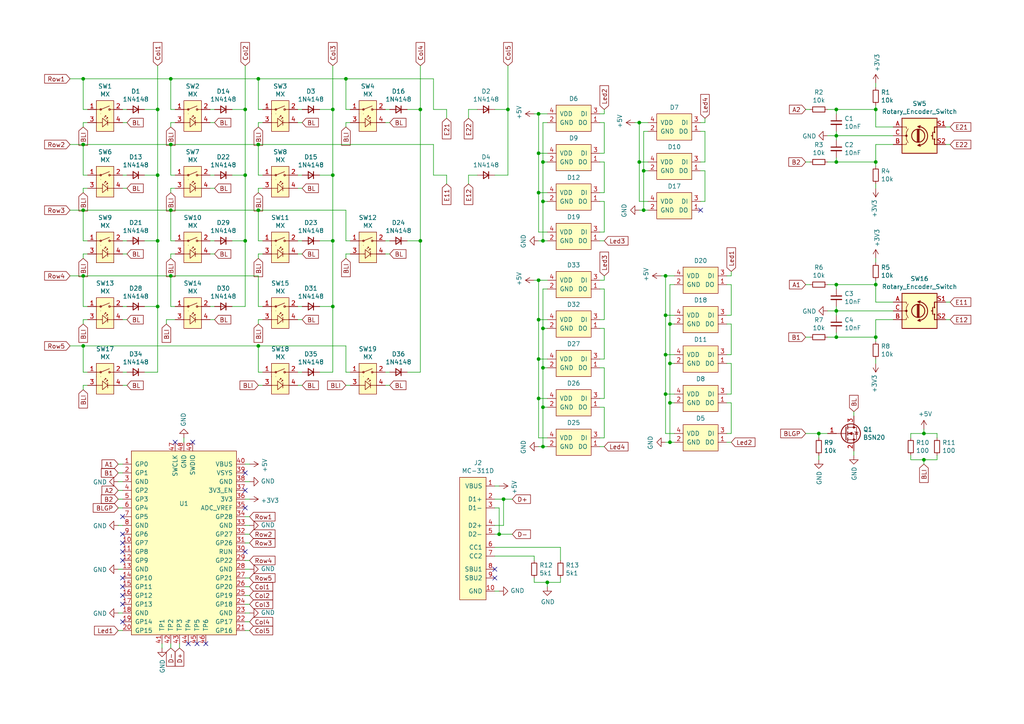
<source format=kicad_sch>
(kicad_sch (version 20211123) (generator eeschema)
  (paper "A4")
  (title_block (title "Saiga Keypad") (date "2022-02-19") (rev "1") (company "Tonic") (comment 1 "Schematic for the Saiga Keypad"))
  (junction (at 157.48 106.68))
  (junction (at 186.69 49.53))
  (junction (at 237.49 125.73))
  (junction (at 147.32 31.75))
  (junction (at 194.31 128.27))
  (junction (at 96.52 50.8))
  (junction (at 254 31.75))
  (junction (at 156.21 81.28))
  (junction (at 144.78 154.94))
  (junction (at 156.21 44.45))
  (junction (at 157.48 46.99))
  (junction (at 49.53 41.91))
  (junction (at 267.97 133.35))
  (junction (at 24.13 22.86))
  (junction (at 156.21 33.02))
  (junction (at 242.57 39.37))
  (junction (at 242.57 90.17))
  (junction (at 194.31 105.41))
  (junction (at 24.13 60.96))
  (junction (at 121.92 31.75))
  (junction (at 45.72 31.75))
  (junction (at 156.21 92.71))
  (junction (at 24.13 41.91))
  (junction (at 71.12 69.85))
  (junction (at 158.75 168.91))
  (junction (at 185.42 46.99))
  (junction (at 254 97.79))
  (junction (at 254 46.99))
  (junction (at 156.21 104.14))
  (junction (at 45.72 69.85))
  (junction (at 242.57 97.79))
  (junction (at 157.48 69.85))
  (junction (at 24.13 100.33))
  (junction (at 100.33 22.86))
  (junction (at 49.53 22.86))
  (junction (at 193.04 91.44))
  (junction (at 71.12 31.75))
  (junction (at 49.53 80.01))
  (junction (at 96.52 69.85))
  (junction (at 242.57 82.55))
  (junction (at 186.69 60.96))
  (junction (at 71.12 50.8))
  (junction (at 146.05 144.78))
  (junction (at 242.57 31.75))
  (junction (at 156.21 115.57))
  (junction (at 96.52 31.75))
  (junction (at 45.72 50.8))
  (junction (at 157.48 58.42))
  (junction (at 185.42 35.56))
  (junction (at 74.93 60.96))
  (junction (at 242.57 46.99))
  (junction (at 157.48 129.54))
  (junction (at 157.48 95.25))
  (junction (at 45.72 88.9))
  (junction (at 193.04 80.01))
  (junction (at 157.48 118.11))
  (junction (at 193.04 114.3))
  (junction (at 74.93 41.91))
  (junction (at 74.93 22.86))
  (junction (at 121.92 69.85))
  (junction (at 74.93 100.33))
  (junction (at 24.13 80.01))
  (junction (at 254 82.55))
  (junction (at 194.31 116.84))
  (junction (at 193.04 102.87))
  (junction (at 267.97 125.73))
  (junction (at 194.31 93.98))
  (junction (at 156.21 55.88))
  (junction (at 49.53 60.96))
  (junction (at 96.52 88.9))
  (no_connect (at 59.69 186.69))
  (no_connect (at 71.12 147.32))
  (no_connect (at 35.56 167.64))
  (no_connect (at 71.12 142.24))
  (no_connect (at 35.56 149.86))
  (no_connect (at 35.56 180.34))
  (no_connect (at 143.51 165.1))
  (no_connect (at 35.56 154.94))
  (no_connect (at 71.12 160.02))
  (no_connect (at 57.15 186.69))
  (no_connect (at 35.56 160.02))
  (no_connect (at 143.51 167.64))
  (no_connect (at 50.8 128.27))
  (no_connect (at 35.56 172.72))
  (no_connect (at 35.56 175.26))
  (no_connect (at 35.56 162.56))
  (no_connect (at 35.56 170.18))
  (no_connect (at 203.2 60.96))
  (no_connect (at 71.12 137.16))
  (no_connect (at 55.88 128.27))
  (no_connect (at 54.61 186.69))
  (no_connect (at 35.56 157.48))
  (wire (pts (xy 72.39 134.62) (xy 71.12 134.62)))
  (wire (pts (xy 175.26 44.45) (xy 173.99 44.45)))
  (wire (pts (xy 113.03 73.66) (xy 111.76 73.66)))
  (wire (pts (xy 144.78 154.94) (xy 143.51 154.94)))
  (wire (pts (xy 62.23 54.61) (xy 60.96 54.61)))
  (wire (pts (xy 24.13 69.85) (xy 25.4 69.85)))
  (wire (pts (xy 175.26 127) (xy 173.99 127)))
  (wire (pts (xy 74.93 100.33) (xy 74.93 107.95)))
  (wire (pts (xy 100.33 69.85) (xy 101.6 69.85)))
  (wire (pts (xy 254 36.83) (xy 254 31.75)))
  (wire (pts (xy 121.92 69.85) (xy 121.92 107.95)))
  (wire (pts (xy 146.05 152.4) (xy 143.51 152.4)))
  (wire (pts (xy 158.75 168.91) (xy 162.56 168.91)))
  (wire (pts (xy 62.23 50.8) (xy 60.96 50.8)))
  (wire (pts (xy 175.26 95.25) (xy 175.26 104.14)))
  (wire (pts (xy 158.75 83.82) (xy 157.48 83.82)))
  (wire (pts (xy 34.29 147.32) (xy 35.56 147.32)))
  (wire (pts (xy 74.93 55.88) (xy 74.93 54.61)))
  (wire (pts (xy 237.49 125.73) (xy 240.03 125.73)))
  (wire (pts (xy 148.59 144.78) (xy 146.05 144.78)))
  (wire (pts (xy 187.96 38.1) (xy 186.69 38.1)))
  (wire (pts (xy 154.94 167.64) (xy 154.94 168.91)))
  (wire (pts (xy 118.11 31.75) (xy 121.92 31.75)))
  (wire (pts (xy 146.05 144.78) (xy 146.05 152.4)))
  (wire (pts (xy 34.29 142.24) (xy 35.56 142.24)))
  (wire (pts (xy 74.93 31.75) (xy 76.2 31.75)))
  (wire (pts (xy 254 25.4) (xy 254 24.13)))
  (wire (pts (xy 72.39 167.64) (xy 71.12 167.64)))
  (wire (pts (xy 193.04 91.44) (xy 193.04 102.87)))
  (wire (pts (xy 186.69 49.53) (xy 186.69 60.96)))
  (wire (pts (xy 242.57 39.37) (xy 242.57 40.64)))
  (wire (pts (xy 275.59 36.83) (xy 274.32 36.83)))
  (wire (pts (xy 275.59 41.91) (xy 274.32 41.91)))
  (wire (pts (xy 247.65 119.38) (xy 247.65 120.65)))
  (wire (pts (xy 72.39 144.78) (xy 71.12 144.78)))
  (wire (pts (xy 34.29 134.62) (xy 35.56 134.62)))
  (wire (pts (xy 52.07 187.96) (xy 52.07 186.69)))
  (wire (pts (xy 237.49 133.35) (xy 237.49 132.08)))
  (wire (pts (xy 34.29 137.16) (xy 35.56 137.16)))
  (wire (pts (xy 193.04 125.73) (xy 195.58 125.73)))
  (wire (pts (xy 74.93 111.76) (xy 76.2 111.76)))
  (wire (pts (xy 234.95 31.75) (xy 233.68 31.75)))
  (wire (pts (xy 41.91 107.95) (xy 45.72 107.95)))
  (wire (pts (xy 20.32 60.96) (xy 24.13 60.96)))
  (wire (pts (xy 254 30.48) (xy 254 31.75)))
  (wire (pts (xy 175.26 106.68) (xy 175.26 115.57)))
  (wire (pts (xy 193.04 114.3) (xy 195.58 114.3)))
  (wire (pts (xy 100.33 60.96) (xy 100.33 69.85)))
  (wire (pts (xy 173.99 58.42) (xy 175.26 58.42)))
  (wire (pts (xy 87.63 73.66) (xy 86.36 73.66)))
  (wire (pts (xy 100.33 22.86) (xy 100.33 31.75)))
  (wire (pts (xy 254 82.55) (xy 242.57 82.55)))
  (wire (pts (xy 204.47 49.53) (xy 204.47 58.42)))
  (wire (pts (xy 24.13 93.98) (xy 24.13 92.71)))
  (wire (pts (xy 36.83 88.9) (xy 35.56 88.9)))
  (wire (pts (xy 254 105.41) (xy 254 104.14)))
  (wire (pts (xy 74.93 60.96) (xy 74.93 69.85)))
  (wire (pts (xy 156.21 44.45) (xy 156.21 55.88)))
  (wire (pts (xy 87.63 92.71) (xy 86.36 92.71)))
  (wire (pts (xy 49.53 41.91) (xy 74.93 41.91)))
  (wire (pts (xy 72.39 154.94) (xy 71.12 154.94)))
  (wire (pts (xy 74.93 74.93) (xy 74.93 73.66)))
  (wire (pts (xy 49.53 54.61) (xy 50.8 54.61)))
  (wire (pts (xy 92.71 69.85) (xy 96.52 69.85)))
  (wire (pts (xy 185.42 35.56) (xy 185.42 46.99)))
  (wire (pts (xy 20.32 22.86) (xy 24.13 22.86)))
  (wire (pts (xy 24.13 107.95) (xy 25.4 107.95)))
  (wire (pts (xy 162.56 158.75) (xy 162.56 162.56)))
  (wire (pts (xy 113.03 107.95) (xy 111.76 107.95)))
  (wire (pts (xy 240.03 31.75) (xy 242.57 31.75)))
  (wire (pts (xy 24.13 80.01) (xy 24.13 88.9)))
  (wire (pts (xy 129.54 50.8) (xy 129.54 53.34)))
  (wire (pts (xy 212.09 128.27) (xy 210.82 128.27)))
  (wire (pts (xy 254 92.71) (xy 254 97.79)))
  (wire (pts (xy 24.13 55.88) (xy 24.13 54.61)))
  (wire (pts (xy 143.51 147.32) (xy 144.78 147.32)))
  (wire (pts (xy 194.31 128.27) (xy 193.04 128.27)))
  (wire (pts (xy 87.63 54.61) (xy 86.36 54.61)))
  (wire (pts (xy 186.69 49.53) (xy 187.96 49.53)))
  (wire (pts (xy 87.63 31.75) (xy 86.36 31.75)))
  (wire (pts (xy 156.21 55.88) (xy 158.75 55.88)))
  (wire (pts (xy 194.31 82.55) (xy 194.31 93.98)))
  (wire (pts (xy 254 76.2) (xy 254 74.93)))
  (wire (pts (xy 234.95 46.99) (xy 233.68 46.99)))
  (wire (pts (xy 242.57 90.17) (xy 259.08 90.17)))
  (wire (pts (xy 186.69 60.96) (xy 187.96 60.96)))
  (wire (pts (xy 194.31 105.41) (xy 195.58 105.41)))
  (wire (pts (xy 194.31 93.98) (xy 194.31 105.41)))
  (wire (pts (xy 194.31 116.84) (xy 194.31 128.27)))
  (wire (pts (xy 194.31 105.41) (xy 194.31 116.84)))
  (wire (pts (xy 156.21 104.14) (xy 156.21 115.57)))
  (wire (pts (xy 175.26 33.02) (xy 173.99 33.02)))
  (wire (pts (xy 50.8 73.66) (xy 49.53 73.66)))
  (wire (pts (xy 156.21 55.88) (xy 156.21 67.31)))
  (wire (pts (xy 72.39 170.18) (xy 71.12 170.18)))
  (wire (pts (xy 242.57 90.17) (xy 242.57 91.44)))
  (wire (pts (xy 34.29 144.78) (xy 35.56 144.78)))
  (wire (pts (xy 195.58 80.01) (xy 193.04 80.01)))
  (wire (pts (xy 92.71 31.75) (xy 96.52 31.75)))
  (wire (pts (xy 204.47 34.29) (xy 204.47 35.56)))
  (wire (pts (xy 212.09 116.84) (xy 212.09 125.73)))
  (wire (pts (xy 74.93 93.98) (xy 74.93 92.71)))
  (wire (pts (xy 175.26 81.28) (xy 173.99 81.28)))
  (wire (pts (xy 71.12 31.75) (xy 71.12 19.05)))
  (wire (pts (xy 143.51 144.78) (xy 146.05 144.78)))
  (wire (pts (xy 158.75 118.11) (xy 157.48 118.11)))
  (wire (pts (xy 113.03 35.56) (xy 111.76 35.56)))
  (wire (pts (xy 157.48 95.25) (xy 158.75 95.25)))
  (wire (pts (xy 275.59 92.71) (xy 274.32 92.71)))
  (wire (pts (xy 162.56 168.91) (xy 162.56 167.64)))
  (wire (pts (xy 87.63 69.85) (xy 86.36 69.85)))
  (wire (pts (xy 204.47 46.99) (xy 203.2 46.99)))
  (wire (pts (xy 129.54 31.75) (xy 129.54 34.29)))
  (wire (pts (xy 121.92 31.75) (xy 121.92 69.85)))
  (wire (pts (xy 212.09 78.74) (xy 212.09 80.01)))
  (wire (pts (xy 271.78 125.73) (xy 271.78 127)))
  (wire (pts (xy 157.48 46.99) (xy 157.48 58.42)))
  (wire (pts (xy 144.78 147.32) (xy 144.78 154.94)))
  (wire (pts (xy 267.97 125.73) (xy 267.97 124.46)))
  (wire (pts (xy 49.53 80.01) (xy 49.53 88.9)))
  (wire (pts (xy 254 41.91) (xy 254 46.99)))
  (wire (pts (xy 49.53 88.9) (xy 50.8 88.9)))
  (wire (pts (xy 49.53 60.96) (xy 49.53 69.85)))
  (wire (pts (xy 67.31 50.8) (xy 71.12 50.8)))
  (wire (pts (xy 24.13 36.83) (xy 24.13 35.56)))
  (wire (pts (xy 144.78 140.97) (xy 143.51 140.97)))
  (wire (pts (xy 36.83 107.95) (xy 35.56 107.95)))
  (wire (pts (xy 147.32 31.75) (xy 147.32 50.8)))
  (wire (pts (xy 100.33 31.75) (xy 101.6 31.75)))
  (wire (pts (xy 175.26 35.56) (xy 175.26 44.45)))
  (wire (pts (xy 36.83 50.8) (xy 35.56 50.8)))
  (wire (pts (xy 264.16 132.08) (xy 264.16 133.35)))
  (wire (pts (xy 74.93 100.33) (xy 100.33 100.33)))
  (wire (pts (xy 233.68 82.55) (xy 234.95 82.55)))
  (wire (pts (xy 158.75 35.56) (xy 157.48 35.56)))
  (wire (pts (xy 71.12 50.8) (xy 71.12 69.85)))
  (wire (pts (xy 157.48 129.54) (xy 156.21 129.54)))
  (wire (pts (xy 156.21 81.28) (xy 156.21 92.71)))
  (wire (pts (xy 204.47 35.56) (xy 203.2 35.56)))
  (wire (pts (xy 147.32 19.05) (xy 147.32 31.75)))
  (wire (pts (xy 264.16 133.35) (xy 267.97 133.35)))
  (wire (pts (xy 186.69 38.1) (xy 186.69 49.53)))
  (wire (pts (xy 193.04 102.87) (xy 195.58 102.87)))
  (wire (pts (xy 87.63 50.8) (xy 86.36 50.8)))
  (wire (pts (xy 41.91 31.75) (xy 45.72 31.75)))
  (wire (pts (xy 154.94 168.91) (xy 158.75 168.91)))
  (wire (pts (xy 240.03 90.17) (xy 242.57 90.17)))
  (wire (pts (xy 212.09 125.73) (xy 210.82 125.73)))
  (wire (pts (xy 156.21 67.31) (xy 158.75 67.31)))
  (wire (pts (xy 240.03 39.37) (xy 242.57 39.37)))
  (wire (pts (xy 242.57 90.17) (xy 242.57 88.9)))
  (wire (pts (xy 175.26 104.14) (xy 173.99 104.14)))
  (wire (pts (xy 264.16 127) (xy 264.16 125.73)))
  (wire (pts (xy 72.39 149.86) (xy 71.12 149.86)))
  (wire (pts (xy 96.52 50.8) (xy 96.52 69.85)))
  (wire (pts (xy 185.42 46.99) (xy 185.42 58.42)))
  (wire (pts (xy 48.26 92.71) (xy 50.8 92.71)))
  (wire (pts (xy 173.99 118.11) (xy 175.26 118.11)))
  (wire (pts (xy 92.71 88.9) (xy 96.52 88.9)))
  (wire (pts (xy 76.2 88.9) (xy 74.93 88.9)))
  (wire (pts (xy 71.12 31.75) (xy 71.12 50.8)))
  (wire (pts (xy 49.53 74.93) (xy 49.53 73.66)))
  (wire (pts (xy 20.32 100.33) (xy 24.13 100.33)))
  (wire (pts (xy 96.52 88.9) (xy 96.52 107.95)))
  (wire (pts (xy 156.21 92.71) (xy 156.21 104.14)))
  (wire (pts (xy 156.21 81.28) (xy 154.94 81.28)))
  (wire (pts (xy 72.39 157.48) (xy 71.12 157.48)))
  (wire (pts (xy 72.39 152.4) (xy 71.12 152.4)))
  (wire (pts (xy 36.83 111.76) (xy 35.56 111.76)))
  (wire (pts (xy 135.89 34.29) (xy 135.89 31.75)))
  (wire (pts (xy 193.04 102.87) (xy 193.04 114.3)))
  (wire (pts (xy 62.23 31.75) (xy 60.96 31.75)))
  (wire (pts (xy 267.97 133.35) (xy 267.97 134.62)))
  (wire (pts (xy 125.73 50.8) (xy 129.54 50.8)))
  (wire (pts (xy 185.42 35.56) (xy 184.15 35.56)))
  (wire (pts (xy 62.23 35.56) (xy 60.96 35.56)))
  (wire (pts (xy 100.33 74.93) (xy 100.33 73.66)))
  (wire (pts (xy 193.04 80.01) (xy 193.04 91.44)))
  (wire (pts (xy 259.08 36.83) (xy 254 36.83)))
  (wire (pts (xy 193.04 91.44) (xy 195.58 91.44)))
  (wire (pts (xy 72.39 175.26) (xy 71.12 175.26)))
  (wire (pts (xy 267.97 125.73) (xy 271.78 125.73)))
  (wire (pts (xy 175.26 31.75) (xy 175.26 33.02)))
  (wire (pts (xy 254 87.63) (xy 254 82.55)))
  (wire (pts (xy 74.93 54.61) (xy 76.2 54.61)))
  (wire (pts (xy 157.48 129.54) (xy 158.75 129.54)))
  (wire (pts (xy 194.31 93.98) (xy 195.58 93.98)))
  (wire (pts (xy 175.26 55.88) (xy 173.99 55.88)))
  (wire (pts (xy 158.75 33.02) (xy 156.21 33.02)))
  (wire (pts (xy 259.08 41.91) (xy 254 41.91)))
  (wire (pts (xy 92.71 50.8) (xy 96.52 50.8)))
  (wire (pts (xy 87.63 107.95) (xy 86.36 107.95)))
  (wire (pts (xy 62.23 69.85) (xy 60.96 69.85)))
  (wire (pts (xy 74.93 50.8) (xy 76.2 50.8)))
  (wire (pts (xy 254 31.75) (xy 242.57 31.75)))
  (wire (pts (xy 157.48 69.85) (xy 156.21 69.85)))
  (wire (pts (xy 135.89 53.34) (xy 135.89 50.8)))
  (wire (pts (xy 212.09 114.3) (xy 210.82 114.3)))
  (wire (pts (xy 242.57 96.52) (xy 242.57 97.79)))
  (wire (pts (xy 41.91 88.9) (xy 45.72 88.9)))
  (wire (pts (xy 212.09 82.55) (xy 212.09 91.44)))
  (wire (pts (xy 144.78 171.45) (xy 143.51 171.45)))
  (wire (pts (xy 24.13 80.01) (xy 49.53 80.01)))
  (wire (pts (xy 135.89 31.75) (xy 138.43 31.75)))
  (wire (pts (xy 24.13 50.8) (xy 25.4 50.8)))
  (wire (pts (xy 49.53 69.85) (xy 50.8 69.85)))
  (wire (pts (xy 74.93 22.86) (xy 100.33 22.86)))
  (wire (pts (xy 24.13 22.86) (xy 24.13 31.75)))
  (wire (pts (xy 254 46.99) (xy 242.57 46.99)))
  (wire (pts (xy 175.26 46.99) (xy 175.26 55.88)))
  (wire (pts (xy 96.52 19.05) (xy 96.52 31.75)))
  (wire (pts (xy 254 99.06) (xy 254 97.79)))
  (wire (pts (xy 175.26 118.11) (xy 175.26 127)))
  (wire (pts (xy 156.21 33.02) (xy 154.94 33.02)))
  (wire (pts (xy 74.93 35.56) (xy 76.2 35.56)))
  (wire (pts (xy 212.09 93.98) (xy 212.09 102.87)))
  (wire (pts (xy 71.12 69.85) (xy 71.12 88.9)))
  (wire (pts (xy 24.13 74.93) (xy 24.13 73.66)))
  (wire (pts (xy 20.32 41.91) (xy 24.13 41.91)))
  (wire (pts (xy 48.26 93.98) (xy 48.26 92.71)))
  (wire (pts (xy 20.32 80.01) (xy 24.13 80.01)))
  (wire (pts (xy 35.56 139.7) (xy 34.29 139.7)))
  (wire (pts (xy 49.53 50.8) (xy 50.8 50.8)))
  (wire (pts (xy 186.69 60.96) (xy 185.42 60.96)))
  (wire (pts (xy 49.53 35.56) (xy 50.8 35.56)))
  (wire (pts (xy 49.53 31.75) (xy 50.8 31.75)))
  (wire (pts (xy 41.91 50.8) (xy 45.72 50.8)))
  (wire (pts (xy 233.68 97.79) (xy 234.95 97.79)))
  (wire (pts (xy 87.63 111.76) (xy 86.36 111.76)))
  (wire (pts (xy 62.23 88.9) (xy 60.96 88.9)))
  (wire (pts (xy 125.73 31.75) (xy 129.54 31.75)))
  (wire (pts (xy 24.13 41.91) (xy 24.13 50.8)))
  (wire (pts (xy 96.52 31.75) (xy 96.52 50.8)))
  (wire (pts (xy 156.21 127) (xy 158.75 127)))
  (wire (pts (xy 100.33 36.83) (xy 100.33 35.56)))
  (wire (pts (xy 157.48 46.99) (xy 158.75 46.99)))
  (wire (pts (xy 157.48 58.42) (xy 158.75 58.42)))
  (wire (pts (xy 100.33 22.86) (xy 125.73 22.86)))
  (wire (pts (xy 242.57 39.37) (xy 259.08 39.37)))
  (wire (pts (xy 72.39 165.1) (xy 71.12 165.1)))
  (wire (pts (xy 175.26 58.42) (xy 175.26 67.31)))
  (wire (pts (xy 242.57 82.55) (xy 242.57 83.82)))
  (wire (pts (xy 24.13 31.75) (xy 25.4 31.75)))
  (wire (pts (xy 242.57 31.75) (xy 242.57 33.02)))
  (wire (pts (xy 62.23 73.66) (xy 60.96 73.66)))
  (wire (pts (xy 36.83 31.75) (xy 35.56 31.75)))
  (wire (pts (xy 157.48 58.42) (xy 157.48 69.85)))
  (wire (pts (xy 264.16 125.73) (xy 267.97 125.73)))
  (wire (pts (xy 212.09 80.01) (xy 210.82 80.01)))
  (wire (pts (xy 36.83 92.71) (xy 35.56 92.71)))
  (wire (pts (xy 271.78 133.35) (xy 271.78 132.08)))
  (wire (pts (xy 175.26 115.57) (xy 173.99 115.57)))
  (wire (pts (xy 100.33 107.95) (xy 101.6 107.95)))
  (wire (pts (xy 187.96 35.56) (xy 185.42 35.56)))
  (wire (pts (xy 157.48 95.25) (xy 157.48 106.68)))
  (wire (pts (xy 49.53 186.69) (xy 49.53 187.96)))
  (wire (pts (xy 212.09 105.41) (xy 212.09 114.3)))
  (wire (pts (xy 185.42 46.99) (xy 187.96 46.99)))
  (wire (pts (xy 24.13 60.96) (xy 49.53 60.96)))
  (wire (pts (xy 254 48.26) (xy 254 46.99)))
  (wire (pts (xy 74.93 69.85) (xy 76.2 69.85)))
  (wire (pts (xy 118.11 69.85) (xy 121.92 69.85)))
  (wire (pts (xy 254 97.79) (xy 242.57 97.79)))
  (wire (pts (xy 24.13 100.33) (xy 24.13 107.95)))
  (wire (pts (xy 74.93 22.86) (xy 74.93 31.75)))
  (wire (pts (xy 74.93 107.95) (xy 76.2 107.95)))
  (wire (pts (xy 96.52 69.85) (xy 96.52 88.9)))
  (wire (pts (xy 242.57 45.72) (xy 242.57 46.99)))
  (wire (pts (xy 46.99 187.96) (xy 46.99 186.69)))
  (wire (pts (xy 203.2 38.1) (xy 204.47 38.1)))
  (wire (pts (xy 173.99 46.99) (xy 175.26 46.99)))
  (wire (pts (xy 92.71 107.95) (xy 96.52 107.95)))
  (wire (pts (xy 173.99 106.68) (xy 175.26 106.68)))
  (wire (pts (xy 34.29 177.8) (xy 35.56 177.8)))
  (wire (pts (xy 210.82 93.98) (xy 212.09 93.98)))
  (wire (pts (xy 24.13 54.61) (xy 25.4 54.61)))
  (wire (pts (xy 74.93 88.9) (xy 74.93 80.01)))
  (wire (pts (xy 247.65 132.08) (xy 247.65 130.81)))
  (wire (pts (xy 49.53 80.01) (xy 74.93 80.01)))
  (wire (pts (xy 157.48 106.68) (xy 157.48 118.11)))
  (wire (pts (xy 125.73 22.86) (xy 125.73 31.75)))
  (wire (pts (xy 49.53 41.91) (xy 49.53 50.8)))
  (wire (pts (xy 210.82 116.84) (xy 212.09 116.84)))
  (wire (pts (xy 45.72 88.9) (xy 45.72 107.95)))
  (wire (pts (xy 210.82 105.41) (xy 212.09 105.41)))
  (wire (pts (xy 113.03 69.85) (xy 111.76 69.85)))
  (wire (pts (xy 210.82 82.55) (xy 212.09 82.55)))
  (wire (pts (xy 195.58 82.55) (xy 194.31 82.55)))
  (wire (pts (xy 259.08 87.63) (xy 254 87.63)))
  (wire (pts (xy 173.99 83.82) (xy 175.26 83.82)))
  (wire (pts (xy 74.93 92.71) (xy 76.2 92.71)))
  (wire (pts (xy 24.13 92.71) (xy 25.4 92.71)))
  (wire (pts (xy 157.48 106.68) (xy 158.75 106.68)))
  (wire (pts (xy 72.39 162.56) (xy 71.12 162.56)))
  (wire (pts (xy 240.03 82.55) (xy 242.57 82.55)))
  (wire (pts (xy 175.26 80.01) (xy 175.26 81.28)))
  (wire (pts (xy 87.63 35.56) (xy 86.36 35.56)))
  (wire (pts (xy 185.42 58.42) (xy 187.96 58.42)))
  (wire (pts (xy 143.51 161.29) (xy 154.94 161.29)))
  (wire (pts (xy 175.26 92.71) (xy 173.99 92.71)))
  (wire (pts (xy 36.83 69.85) (xy 35.56 69.85)))
  (wire (pts (xy 34.29 152.4) (xy 35.56 152.4)))
  (wire (pts (xy 49.53 55.88) (xy 49.53 54.61)))
  (wire (pts (xy 74.93 41.91) (xy 74.93 50.8)))
  (wire (pts (xy 158.75 170.18) (xy 158.75 168.91)))
  (wire (pts (xy 143.51 31.75) (xy 147.32 31.75)))
  (wire (pts (xy 158.75 69.85) (xy 157.48 69.85)))
  (wire (pts (xy 175.26 129.54) (xy 173.99 129.54)))
  (wire (pts (xy 24.13 41.91) (xy 49.53 41.91)))
  (wire (pts (xy 156.21 92.71) (xy 158.75 92.71)))
  (wire (pts (xy 49.53 22.86) (xy 49.53 31.75)))
  (wire (pts (xy 45.72 31.75) (xy 45.72 19.05)))
  (wire (pts (xy 67.31 69.85) (xy 71.12 69.85)))
  (wire (pts (xy 233.68 125.73) (xy 237.49 125.73)))
  (wire (pts (xy 35.56 182.88) (xy 34.29 182.88)))
  (wire (pts (xy 237.49 127) (xy 237.49 125.73)))
  (wire (pts (xy 143.51 158.75) (xy 162.56 158.75)))
  (wire (pts (xy 67.31 31.75) (xy 71.12 31.75)))
  (wire (pts (xy 45.72 69.85) (xy 45.72 88.9)))
  (wire (pts (xy 24.13 73.66) (xy 25.4 73.66)))
  (wire (pts (xy 204.47 38.1) (xy 204.47 46.99)))
  (wire (pts (xy 72.39 177.8) (xy 71.12 177.8)))
  (wire (pts (xy 143.51 50.8) (xy 147.32 50.8)))
  (wire (pts (xy 156.21 104.14) (xy 158.75 104.14)))
  (wire (pts (xy 72.39 139.7) (xy 71.12 139.7)))
  (wire (pts (xy 49.53 22.86) (xy 74.93 22.86)))
  (wire (pts (xy 158.75 81.28) (xy 156.21 81.28)))
  (wire (pts (xy 24.13 88.9) (xy 25.4 88.9)))
  (wire (pts (xy 74.93 60.96) (xy 100.33 60.96)))
  (wire (pts (xy 156.21 44.45) (xy 158.75 44.45)))
  (wire (pts (xy 49.53 36.83) (xy 49.53 35.56)))
  (wire (pts (xy 74.93 41.91) (xy 125.73 41.91)))
  (wire (pts (xy 24.13 113.03) (xy 24.13 111.76)))
  (wire (pts (xy 24.13 22.86) (xy 49.53 22.86)))
  (wire (pts (xy 45.72 50.8) (xy 45.72 69.85)))
  (wire (pts (xy 193.04 80.01) (xy 191.77 80.01)))
  (wire (pts (xy 275.59 87.63) (xy 274.32 87.63)))
  (wire (pts (xy 157.48 118.11) (xy 157.48 129.54)))
  (wire (pts (xy 36.83 35.56) (xy 35.56 35.56)))
  (wire (pts (xy 194.31 128.27) (xy 195.58 128.27)))
  (wire (pts (xy 212.09 91.44) (xy 210.82 91.44)))
  (wire (pts (xy 100.33 73.66) (xy 101.6 73.66)))
  (wire (pts (xy 135.89 50.8) (xy 138.43 50.8)))
  (wire (pts (xy 49.53 60.96) (xy 74.93 60.96)))
  (wire (pts (xy 242.57 97.79) (xy 240.03 97.79)))
  (wire (pts (xy 45.72 31.75) (xy 45.72 50.8)))
  (wire (pts (xy 24.13 35.56) (xy 25.4 35.56)))
  (wire (pts (xy 157.48 83.82) (xy 157.48 95.25)))
  (wire (pts (xy 74.93 73.66) (xy 76.2 73.66)))
  (wire (pts (xy 62.23 92.71) (xy 60.96 92.71)))
  (wire (pts (xy 72.39 172.72) (xy 71.12 172.72)))
  (wire (pts (xy 100.33 111.76) (xy 101.6 111.76)))
  (wire (pts (xy 204.47 58.42) (xy 203.2 58.42)))
  (wire (pts (xy 36.83 73.66) (xy 35.56 73.66)))
  (wire (pts (xy 203.2 49.53) (xy 204.47 49.53)))
  (wire (pts (xy 259.08 92.71) (xy 254 92.71)))
  (wire (pts (xy 36.83 54.61) (xy 35.56 54.61)))
  (wire (pts (xy 24.13 111.76) (xy 25.4 111.76)))
  (wire (pts (xy 157.48 35.56) (xy 157.48 46.99)))
  (wire (pts (xy 173.99 95.25) (xy 175.26 95.25)))
  (wire (pts (xy 267.97 133.35) (xy 271.78 133.35)))
  (wire (pts (xy 113.03 111.76) (xy 111.76 111.76)))
  (wire (pts (xy 156.21 33.02) (xy 156.21 44.45)))
  (wire (pts (xy 67.31 88.9) (xy 71.12 88.9)))
  (wire (pts (xy 121.92 19.05) (xy 121.92 31.75)))
  (wire (pts (xy 242.57 39.37) (xy 242.57 38.1)))
  (wire (pts (xy 175.26 69.85) (xy 173.99 69.85)))
  (wire (pts (xy 156.21 115.57) (xy 158.75 115.57)))
  (wire (pts (xy 118.11 107.95) (xy 121.92 107.95)))
  (wire (pts (xy 100.33 100.33) (xy 100.33 107.95)))
  (wire (pts (xy 72.39 180.34) (xy 71.12 180.34)))
  (wire (pts (xy 156.21 115.57) (xy 156.21 127)))
  (wire (pts (xy 242.57 46.99) (xy 240.03 46.99)))
  (wire (pts (xy 24.13 100.33) (xy 74.93 100.33)))
  (wire (pts (xy 100.33 35.56) (xy 101.6 35.56)))
  (wire (pts (xy 254 81.28) (xy 254 82.55)))
  (wire (pts (xy 74.93 36.83) (xy 74.93 35.56)))
  (wire (pts (xy 193.04 114.3) (xy 193.04 125.73)))
  (wire (pts (xy 41.91 69.85) (xy 45.72 69.85)))
  (wire (pts (xy 72.39 182.88) (xy 71.12 182.88)))
  (wire (pts (xy 154.94 161.29) (xy 154.94 162.56)))
  (wire (pts (xy 87.63 88.9) (xy 86.36 88.9)))
  (wire (pts (xy 195.58 116.84) (xy 194.31 116.84)))
  (wire (pts (xy 125.73 50.8) (xy 125.73 41.91)))
  (wire (pts (xy 24.13 60.96) (xy 24.13 69.85)))
  (wire (pts (xy 175.26 83.82) (xy 175.26 92.71)))
  (wire (pts (xy 212.09 102.87) (xy 210.82 102.87)))
  (wire (pts (xy 148.59 154.94) (xy 144.78 154.94)))
  (wire (pts (xy 34.29 165.1) (xy 35.56 165.1)))
  (wire (pts (xy 173.99 35.56) (xy 175.26 35.56)))
  (wire (pts (xy 254 54.61) (xy 254 53.34)))
  (wire (pts (xy 53.34 128.27) (xy 53.34 127)))
  (wire (pts (xy 113.03 31.75) (xy 111.76 31.75)))
  (wire (pts (xy 175.26 67.31) (xy 173.99 67.31)))
  (global_label "B2" (shape input) (at 34.29 144.78 180) (property "Intersheet References" "${INTERSHEET_REFS}" (effects hide)))
  (global_label "E22" (shape input) (at 275.59 41.91 0) (property "Intersheet References" "${INTERSHEET_REFS}" (effects hide)))
  (global_label "E22" (shape input) (at 135.89 34.29 270) (property "Intersheet References" "${INTERSHEET_REFS}" (effects hide)))
  (global_label "Col3" (shape input) (at 72.39 175.26 0) (property "Intersheet References" "${INTERSHEET_REFS}" (effects hide)))
  (global_label "BLI" (shape input) (at 100.33 111.76 180) (property "Intersheet References" "${INTERSHEET_REFS}" (effects hide)))
  (global_label "BLI" (shape input) (at 74.93 36.83 270) (property "Intersheet References" "${INTERSHEET_REFS}" (effects hide)))
  (global_label "D+" (shape input) (at 52.07 187.96 270) (property "Intersheet References" "${INTERSHEET_REFS}" (effects hide)))
  (global_label "Row1" (shape input) (at 20.32 22.86 180) (property "Intersheet References" "${INTERSHEET_REFS}" (effects hide)))
  (global_label "BL" (shape input) (at 87.63 111.76 0) (property "Intersheet References" "${INTERSHEET_REFS}" (effects hide)))
  (global_label "A1" (shape input) (at 34.29 134.62 180) (property "Intersheet References" "${INTERSHEET_REFS}" (effects hide)))
  (global_label "E12" (shape input) (at 275.59 92.71 0) (property "Intersheet References" "${INTERSHEET_REFS}" (effects hide)))
  (global_label "E21" (shape input) (at 129.54 34.29 270) (property "Intersheet References" "${INTERSHEET_REFS}" (effects hide)))
  (global_label "Col4" (shape input) (at 121.92 19.05 90) (property "Intersheet References" "${INTERSHEET_REFS}" (effects hide)))
  (global_label "BLI" (shape input) (at 24.13 55.88 270) (property "Intersheet References" "${INTERSHEET_REFS}" (effects hide)))
  (global_label "D-" (shape input) (at 49.53 187.96 270) (property "Intersheet References" "${INTERSHEET_REFS}" (effects hide)))
  (global_label "E12" (shape input) (at 135.89 53.34 270) (property "Intersheet References" "${INTERSHEET_REFS}" (effects hide)))
  (global_label "A1" (shape input) (at 233.68 82.55 180) (property "Intersheet References" "${INTERSHEET_REFS}" (effects hide)))
  (global_label "B1" (shape input) (at 233.68 97.79 180) (property "Intersheet References" "${INTERSHEET_REFS}" (effects hide)))
  (global_label "Row2" (shape input) (at 20.32 41.91 180) (property "Intersheet References" "${INTERSHEET_REFS}" (effects hide)))
  (global_label "BLI" (shape input) (at 49.53 36.83 270) (property "Intersheet References" "${INTERSHEET_REFS}" (effects hide)))
  (global_label "BL" (shape input) (at 87.63 35.56 0) (property "Intersheet References" "${INTERSHEET_REFS}" (effects hide)))
  (global_label "BLI" (shape input) (at 74.93 93.98 270) (property "Intersheet References" "${INTERSHEET_REFS}" (effects hide)))
  (global_label "BL" (shape input) (at 62.23 54.61 0) (property "Intersheet References" "${INTERSHEET_REFS}" (effects hide)))
  (global_label "Row3" (shape input) (at 20.32 60.96 180) (property "Intersheet References" "${INTERSHEET_REFS}" (effects hide)))
  (global_label "BL" (shape input) (at 87.63 54.61 0) (property "Intersheet References" "${INTERSHEET_REFS}" (effects hide)))
  (global_label "Led3" (shape input) (at 175.26 80.01 90) (property "Intersheet References" "${INTERSHEET_REFS}" (effects hide)))
  (global_label "Led2" (shape input) (at 212.09 128.27 0) (property "Intersheet References" "${INTERSHEET_REFS}" (effects hide)))
  (global_label "A2" (shape input) (at 233.68 31.75 180) (property "Intersheet References" "${INTERSHEET_REFS}" (effects hide)))
  (global_label "E11" (shape input) (at 129.54 53.34 270) (property "Intersheet References" "${INTERSHEET_REFS}" (effects hide)))
  (global_label "BLI" (shape input) (at 100.33 36.83 270) (property "Intersheet References" "${INTERSHEET_REFS}" (effects hide)))
  (global_label "BLI" (shape input) (at 49.53 74.93 270) (property "Intersheet References" "${INTERSHEET_REFS}" (effects hide)))
  (global_label "Col4" (shape input) (at 72.39 180.34 0) (property "Intersheet References" "${INTERSHEET_REFS}" (effects hide)))
  (global_label "Col2" (shape input) (at 71.12 19.05 90) (property "Intersheet References" "${INTERSHEET_REFS}" (effects hide)))
  (global_label "B1" (shape input) (at 34.29 137.16 180) (property "Intersheet References" "${INTERSHEET_REFS}" (effects hide)))
  (global_label "E21" (shape input) (at 275.59 36.83 0) (property "Intersheet References" "${INTERSHEET_REFS}" (effects hide)))
  (global_label "BLI" (shape input) (at 74.93 111.76 180) (property "Intersheet References" "${INTERSHEET_REFS}" (effects hide)))
  (global_label "Led3" (shape input) (at 175.26 69.85 0) (property "Intersheet References" "${INTERSHEET_REFS}" (effects hide)))
  (global_label "Col5" (shape input) (at 147.32 19.05 90) (property "Intersheet References" "${INTERSHEET_REFS}" (effects hide)))
  (global_label "Row4" (shape input) (at 20.32 80.01 180) (property "Intersheet References" "${INTERSHEET_REFS}" (effects hide)))
  (global_label "BLI" (shape input) (at 100.33 74.93 270) (property "Intersheet References" "${INTERSHEET_REFS}" (effects hide)))
  (global_label "BLI" (shape input) (at 24.13 74.93 270) (property "Intersheet References" "${INTERSHEET_REFS}" (effects hide)))
  (global_label "BLI" (shape input) (at 74.93 74.93 270) (property "Intersheet References" "${INTERSHEET_REFS}" (effects hide)))
  (global_label "Row3" (shape input) (at 72.39 157.48 0) (property "Intersheet References" "${INTERSHEET_REFS}" (effects hide)))
  (global_label "BL" (shape input) (at 113.03 73.66 0) (property "Intersheet References" "${INTERSHEET_REFS}" (effects hide)))
  (global_label "BLGP" (shape input) (at 233.68 125.73 180) (property "Intersheet References" "${INTERSHEET_REFS}" (effects hide)))
  (global_label "Row2" (shape input) (at 72.39 154.94 0) (property "Intersheet References" "${INTERSHEET_REFS}" (effects hide)))
  (global_label "A2" (shape input) (at 34.29 142.24 180) (property "Intersheet References" "${INTERSHEET_REFS}" (effects hide)))
  (global_label "BL" (shape input) (at 247.65 119.38 90) (property "Intersheet References" "${INTERSHEET_REFS}" (effects hide)))
  (global_label "Led1" (shape input) (at 34.29 182.88 180) (property "Intersheet References" "${INTERSHEET_REFS}" (effects hide)))
  (global_label "BL" (shape input) (at 87.63 92.71 0) (property "Intersheet References" "${INTERSHEET_REFS}" (effects hide)))
  (global_label "Col1" (shape input) (at 45.72 19.05 90) (property "Intersheet References" "${INTERSHEET_REFS}" (effects hide)))
  (global_label "Row5" (shape input) (at 20.32 100.33 180) (property "Intersheet References" "${INTERSHEET_REFS}" (effects hide)))
  (global_label "B2" (shape input) (at 233.68 46.99 180) (property "Intersheet References" "${INTERSHEET_REFS}" (effects hide)))
  (global_label "BL" (shape input) (at 36.83 54.61 0) (property "Intersheet References" "${INTERSHEET_REFS}" (effects hide)))
  (global_label "BL" (shape input) (at 36.83 35.56 0) (property "Intersheet References" "${INTERSHEET_REFS}" (effects hide)))
  (global_label "Row5" (shape input) (at 72.39 167.64 0) (property "Intersheet References" "${INTERSHEET_REFS}" (effects hide)))
  (global_label "Led4" (shape input) (at 175.26 129.54 0) (property "Intersheet References" "${INTERSHEET_REFS}" (effects hide)))
  (global_label "BL" (shape input) (at 113.03 35.56 0) (property "Intersheet References" "${INTERSHEET_REFS}" (effects hide)))
  (global_label "BL" (shape input) (at 36.83 73.66 0) (property "Intersheet References" "${INTERSHEET_REFS}" (effects hide)))
  (global_label "D-" (shape input) (at 148.59 154.94 0) (property "Intersheet References" "${INTERSHEET_REFS}" (effects hide)))
  (global_label "BL" (shape input) (at 113.03 111.76 0) (property "Intersheet References" "${INTERSHEET_REFS}" (effects hide)))
  (global_label "Led2" (shape input) (at 175.26 31.75 90) (property "Intersheet References" "${INTERSHEET_REFS}" (effects hide)))
  (global_label "E11" (shape input) (at 275.59 87.63 0) (property "Intersheet References" "${INTERSHEET_REFS}" (effects hide)))
  (global_label "BL" (shape input) (at 36.83 92.71 0) (property "Intersheet References" "${INTERSHEET_REFS}" (effects hide)))
  (global_label "BL" (shape input) (at 62.23 92.71 0) (property "Intersheet References" "${INTERSHEET_REFS}" (effects hide)))
  (global_label "BLGP" (shape input) (at 34.29 147.32 180) (property "Intersheet References" "${INTERSHEET_REFS}" (effects hide)))
  (global_label "Led1" (shape input) (at 212.09 78.74 90) (property "Intersheet References" "${INTERSHEET_REFS}" (effects hide)))
  (global_label "BLI" (shape input) (at 24.13 93.98 270) (property "Intersheet References" "${INTERSHEET_REFS}" (effects hide)))
  (global_label "BLI" (shape input) (at 24.13 113.03 270) (property "Intersheet References" "${INTERSHEET_REFS}" (effects hide)))
  (global_label "BLI" (shape input) (at 48.26 93.98 270) (property "Intersheet References" "${INTERSHEET_REFS}" (effects hide)))
  (global_label "BLI" (shape input) (at 49.53 55.88 270) (property "Intersheet References" "${INTERSHEET_REFS}" (effects hide)))
  (global_label "Col2" (shape input) (at 72.39 172.72 0) (property "Intersheet References" "${INTERSHEET_REFS}" (effects hide)))
  (global_label "Col3" (shape input) (at 96.52 19.05 90) (property "Intersheet References" "${INTERSHEET_REFS}" (effects hide)))
  (global_label "D+" (shape input) (at 148.59 144.78 0) (property "Intersheet References" "${INTERSHEET_REFS}" (effects hide)))
  (global_label "Row4" (shape input) (at 72.39 162.56 0) (property "Intersheet References" "${INTERSHEET_REFS}" (effects hide)))
  (global_label "BLI" (shape input) (at 24.13 36.83 270) (property "Intersheet References" "${INTERSHEET_REFS}" (effects hide)))
  (global_label "Col1" (shape input) (at 72.39 170.18 0) (property "Intersheet References" "${INTERSHEET_REFS}" (effects hide)))
  (global_label "Led4" (shape input) (at 204.47 34.29 90) (property "Intersheet References" "${INTERSHEET_REFS}" (effects hide)))
  (global_label "Col5" (shape input) (at 72.39 182.88 0) (property "Intersheet References" "${INTERSHEET_REFS}" (effects hide)))
  (global_label "BL" (shape input) (at 62.23 35.56 0) (property "Intersheet References" "${INTERSHEET_REFS}" (effects hide)))
  (global_label "BL" (shape input) (at 62.23 73.66 0) (property "Intersheet References" "${INTERSHEET_REFS}" (effects hide)))
  (global_label "BL" (shape input) (at 36.83 111.76 0) (property "Intersheet References" "${INTERSHEET_REFS}" (effects hide)))
  (global_label "BL" (shape input) (at 87.63 73.66 0) (property "Intersheet References" "${INTERSHEET_REFS}" (effects hide)))
  (global_label "BLI" (shape input) (at 267.97 134.62 270) (property "Intersheet References" "${INTERSHEET_REFS}" (effects hide)))
  (global_label "BLI" (shape input) (at 74.93 55.88 270) (property "Intersheet References" "${INTERSHEET_REFS}" (effects hide)))
  (global_label "Row1" (shape input) (at 72.39 149.86 0) (property "Intersheet References" "${INTERSHEET_REFS}" (effects hide)))
  (symbol (lib_id "cherry_mx:Cherry_MX") (at 30.48 52.07 0) (unit 1)
    (property "Reference" "SW6" (at 30.48 44.069 0))
    (property "Value" "MX" (at 30.48 46.3804 0))
    (property "Footprint" "KiCad Bauteile:Cherry_MX_5_Led" (effects hide))
  )
  (symbol (lib_id "Device:Rotary_Encoder_Switch") (at 266.7 39.37 0) (unit 1)
    (property "Reference" "SW5" (at 266.7 30.0482 0))
    (property "Value" "Rotary_Encoder_Switch" (at 266.7 32.3596 0))
    (property "Footprint" "Rotary_Encoder:RotaryEncoder_Alps_EC12E-Switch_Vertical_H20mm_CircularMountingHoles" (effects hide))
  )
  (symbol (lib_id "Device:Rotary_Encoder_Switch") (at 266.7 90.17 0) (unit 1)
    (property "Reference" "SW16" (at 266.7 80.8482 0))
    (property "Value" "Rotary_Encoder_Switch" (at 266.7 83.1596 0))
    (property "Footprint" "Rotary_Encoder:RotaryEncoder_Alps_EC12E-Switch_Vertical_H20mm_CircularMountingHoles" (effects hide))
  )
  (symbol (lib_id "cherry_mx:Cherry_MX") (at 55.88 52.07 0) (unit 1)
    (property "Reference" "SW7" (at 55.88 44.069 0))
    (property "Value" "MX" (at 55.88 46.3804 0))
    (property "Footprint" "KiCad Bauteile:Cherry_MX_5_Led" (effects hide))
  )
  (symbol (lib_id "cherry_mx:Cherry_MX") (at 81.28 52.07 0) (unit 1)
    (property "Reference" "SW8" (at 81.28 44.069 0))
    (property "Value" "MX" (at 81.28 46.3804 0))
    (property "Footprint" "KiCad Bauteile:Cherry_MX_5_Led" (effects hide))
  )
  (symbol (lib_id "cherry_mx:Cherry_MX") (at 30.48 109.22 0) (unit 1)
    (property "Reference" "SW17" (at 30.48 101.219 0))
    (property "Value" "MX" (at 30.48 103.5304 0))
    (property "Footprint" "KiCad Bauteile:Cherry_MX_5_Led" (effects hide))
  )
  (symbol (lib_id "cherry_mx:Cherry_MX") (at 30.48 71.12 0) (unit 1)
    (property "Reference" "SW9" (at 30.48 63.119 0))
    (property "Value" "MX" (at 30.48 65.4304 0))
    (property "Footprint" "KiCad Bauteile:Cherry_MX_5_Led" (effects hide))
  )
  (symbol (lib_id "cherry_mx:Cherry_MX") (at 55.88 71.12 0) (unit 1)
    (property "Reference" "SW10" (at 55.88 63.119 0))
    (property "Value" "MX" (at 55.88 65.4304 0))
    (property "Footprint" "KiCad Bauteile:Cherry_MX_5_Led" (effects hide))
  )
  (symbol (lib_id "cherry_mx:Cherry_MX") (at 81.28 71.12 0) (unit 1)
    (property "Reference" "SW11" (at 81.28 63.119 0))
    (property "Value" "MX" (at 81.28 65.4304 0))
    (property "Footprint" "KiCad Bauteile:Cherry_MX_5_Led" (effects hide))
  )
  (symbol (lib_id "cherry_mx:Cherry_MX") (at 30.48 90.17 0) (unit 1)
    (property "Reference" "SW13" (at 30.48 82.169 0))
    (property "Value" "MX" (at 30.48 84.4804 0))
    (property "Footprint" "KiCad Bauteile:Cherry_MX_5_Led" (effects hide))
  )
  (symbol (lib_id "cherry_mx:Cherry_MX") (at 55.88 90.17 0) (unit 1)
    (property "Reference" "SW14" (at 55.88 82.169 0))
    (property "Value" "MX" (at 55.88 84.4804 0))
    (property "Footprint" "KiCad Bauteile:Cherry_MX_5_Led" (effects hide))
  )
  (symbol (lib_id "cherry_mx:Cherry_MX") (at 81.28 90.17 0) (unit 1)
    (property "Reference" "SW15" (at 81.28 82.169 0))
    (property "Value" "MX" (at 81.28 84.4804 0))
    (property "Footprint" "KiCad Bauteile:Cherry_MX_5_Led" (effects hide))
  )
  (symbol (lib_id "cherry_mx:Cherry_MX") (at 81.28 109.22 0) (unit 1)
    (property "Reference" "SW18" (at 81.28 101.219 0))
    (property "Value" "MX" (at 81.28 103.5304 0))
    (property "Footprint" "KiCad Bauteile:Cherry_MX_5_Led" (effects hide))
  )
  (symbol (lib_id "cherry_mx:Cherry_MX") (at 106.68 109.22 0) (unit 1)
    (property "Reference" "SW19" (at 106.68 101.219 0))
    (property "Value" "MX" (at 106.68 103.5304 0))
    (property "Footprint" "KiCad Bauteile:Cherry_MX_5_Led" (effects hide))
  )
  (symbol (lib_id "cherry_mx:Cherry_MX") (at 106.68 71.12 0) (unit 1)
    (property "Reference" "SW12" (at 106.68 63.119 0))
    (property "Value" "MX" (at 106.68 65.4304 0))
    (property "Footprint" "KiCad Bauteile:Cherry_MX_5_Led" (effects hide))
  )
  (symbol (lib_id "cherry_mx:Cherry_MX") (at 106.68 33.02 0) (unit 1)
    (property "Reference" "SW4" (at 106.68 25.019 0))
    (property "Value" "MX" (at 106.68 27.3304 0))
    (property "Footprint" "KiCad Bauteile:Cherry_MX_5_Led" (effects hide))
  )
  (symbol (lib_id "rp2040_pico:RP2040_Pico") (at 53.34 157.48 0) (unit 1)
    (property "Reference" "U1" (at 53.34 146.05 0))
    (property "Value" "RP2040_Pico" (effects hide))
    (property "Footprint" "KiCad Bauteile:RP Pico" (effects hide))
  )
  (symbol (lib_id "power:GND") (at 53.34 127 180) (unit 1)
    (property "Reference" "#PWR016" (effects hide))
    (property "Value" "GND" (at 53.213 123.7488 90) (effects (justify right)))
  )
  (symbol (lib_id "Device:D_Small") (at 90.17 31.75 180) (unit 1)
    (property "Reference" "D3" (at 90.17 26.4922 0))
    (property "Value" "1N4148" (at 90.17 28.8036 0))
    (property "Footprint" "Diode_SMD:D_SOD-123" (effects hide))
  )
  (symbol (lib_id "cherry_mx:Cherry_MX") (at 30.48 33.02 0) (unit 1)
    (property "Reference" "SW1" (at 30.48 25.019 0))
    (property "Value" "MX" (at 30.48 27.3304 0))
    (property "Footprint" "KiCad Bauteile:Cherry_MX_5_Led" (effects hide))
  )
  (symbol (lib_id "cherry_mx:Cherry_MX") (at 55.88 33.02 0) (unit 1)
    (property "Reference" "SW2" (at 55.88 25.019 0))
    (property "Value" "MX" (at 55.88 27.3304 0))
    (property "Footprint" "KiCad Bauteile:Cherry_MX_5_Led" (effects hide))
  )
  (symbol (lib_id "cherry_mx:Cherry_MX") (at 81.28 33.02 0) (unit 1)
    (property "Reference" "SW3" (at 81.28 25.019 0))
    (property "Value" "MX" (at 81.28 27.3304 0))
    (property "Footprint" "KiCad Bauteile:Cherry_MX_5_Led" (effects hide))
  )
  (symbol (lib_id "Device:D_Small") (at 39.37 31.75 180) (unit 1)
    (property "Reference" "D1" (at 39.37 26.4922 0))
    (property "Value" "1N4148" (at 39.37 28.8036 0))
    (property "Footprint" "Diode_SMD:D_SOD-123" (effects hide))
  )
  (symbol (lib_id "Device:D_Small") (at 140.97 31.75 180) (unit 1)
    (property "Reference" "D2" (at 140.97 26.4922 0))
    (property "Value" "1N4148" (at 140.97 28.8036 0))
    (property "Footprint" "Diode_SMD:D_SOD-123" (effects hide))
  )
  (symbol (lib_id "Device:D_Small") (at 39.37 50.8 180) (unit 1)
    (property "Reference" "D13" (at 39.37 45.5422 0))
    (property "Value" "1N4148" (at 39.37 47.8536 0))
    (property "Footprint" "Diode_SMD:D_SOD-123" (effects hide))
  )
  (symbol (lib_id "Device:D_Small") (at 64.77 31.75 180) (unit 1)
    (property "Reference" "D14" (at 64.77 26.4922 0))
    (property "Value" "1N4148" (at 64.77 28.8036 0))
    (property "Footprint" "Diode_SMD:D_SOD-123" (effects hide))
  )
  (symbol (lib_id "Device:D_Small") (at 64.77 50.8 180) (unit 1)
    (property "Reference" "D22" (at 64.77 45.5422 0))
    (property "Value" "1N4148" (at 64.77 47.8536 0))
    (property "Footprint" "Diode_SMD:D_SOD-123" (effects hide))
  )
  (symbol (lib_id "Device:D_Small") (at 39.37 69.85 180) (unit 1)
    (property "Reference" "D21" (at 39.37 64.5922 0))
    (property "Value" "1N4148" (at 39.37 66.9036 0))
    (property "Footprint" "Diode_SMD:D_SOD-123" (effects hide))
  )
  (symbol (lib_id "Device:D_Small") (at 39.37 88.9 180) (unit 1)
    (property "Reference" "D28" (at 39.37 83.6422 0))
    (property "Value" "1N4148" (at 39.37 85.9536 0))
    (property "Footprint" "Diode_SMD:D_SOD-123" (effects hide))
  )
  (symbol (lib_id "Device:D_Small") (at 64.77 69.85 180) (unit 1)
    (property "Reference" "D29" (at 64.77 64.5922 0))
    (property "Value" "1N4148" (at 64.77 66.9036 0))
    (property "Footprint" "Diode_SMD:D_SOD-123" (effects hide))
  )
  (symbol (lib_id "Device:D_Small") (at 39.37 107.95 180) (unit 1)
    (property "Reference" "D34" (at 39.37 102.6922 0))
    (property "Value" "1N4148" (at 39.37 105.0036 0))
    (property "Footprint" "Diode_SMD:D_SOD-123" (effects hide))
  )
  (symbol (lib_id "Device:D_Small") (at 90.17 107.95 180) (unit 1)
    (property "Reference" "D35" (at 90.17 102.6922 0))
    (property "Value" "1N4148" (at 90.17 105.0036 0))
    (property "Footprint" "Diode_SMD:D_SOD-123" (effects hide))
  )
  (symbol (lib_id "Device:D_Small") (at 64.77 88.9 180) (unit 1)
    (property "Reference" "D30" (at 64.77 83.6422 0))
    (property "Value" "1N4148" (at 64.77 85.9536 0))
    (property "Footprint" "Diode_SMD:D_SOD-123" (effects hide))
  )
  (symbol (lib_id "Device:D_Small") (at 90.17 69.85 180) (unit 1)
    (property "Reference" "D23" (at 90.17 64.5922 0))
    (property "Value" "1N4148" (at 90.17 66.9036 0))
    (property "Footprint" "Diode_SMD:D_SOD-123" (effects hide))
  )
  (symbol (lib_id "Device:D_Small") (at 90.17 50.8 180) (unit 1)
    (property "Reference" "D15" (at 90.17 45.5422 0))
    (property "Value" "1N4148" (at 90.17 47.8536 0))
    (property "Footprint" "Diode_SMD:D_SOD-123" (effects hide))
  )
  (symbol (lib_id "Device:D_Small") (at 140.97 50.8 180) (unit 1)
    (property "Reference" "D4" (at 140.97 45.5422 0))
    (property "Value" "1N4148" (at 140.97 47.8536 0))
    (property "Footprint" "Diode_SMD:D_SOD-123" (effects hide))
  )
  (symbol (lib_id "Device:D_Small") (at 115.57 69.85 180) (unit 1)
    (property "Reference" "D24" (at 115.57 64.5922 0))
    (property "Value" "1N4148" (at 115.57 66.9036 0))
    (property "Footprint" "Diode_SMD:D_SOD-123" (effects hide))
  )
  (symbol (lib_id "Device:D_Small") (at 115.57 107.95 180) (unit 1)
    (property "Reference" "D36" (at 115.57 102.6922 0))
    (property "Value" "1N4148" (at 115.57 105.0036 0))
    (property "Footprint" "Diode_SMD:D_SOD-123" (effects hide))
  )
  (symbol (lib_id "power:GND") (at 72.39 177.8 90) (unit 1)
    (property "Reference" "#PWR033" (effects hide))
    (property "Value" "GND" (at 75.6412 177.673 90) (effects (justify right)))
  )
  (symbol (lib_id "power:GND") (at 72.39 165.1 90) (unit 1)
    (property "Reference" "#PWR028" (effects hide))
    (property "Value" "GND" (at 75.6412 164.973 90) (effects (justify right)))
  )
  (symbol (lib_id "power:GND") (at 72.39 152.4 90) (unit 1)
    (property "Reference" "#PWR026" (effects hide))
    (property "Value" "GND" (at 75.6412 152.273 90) (effects (justify right)))
  )
  (symbol (lib_id "power:GND") (at 72.39 139.7 90) (unit 1)
    (property "Reference" "#PWR022" (effects hide))
    (property "Value" "GND" (at 75.6412 139.573 90) (effects (justify right)))
  )
  (symbol (lib_id "power:GND") (at 34.29 139.7 270) (unit 1)
    (property "Reference" "#PWR021" (effects hide))
    (property "Value" "GND" (at 31.0388 139.827 90) (effects (justify right)))
  )
  (symbol (lib_id "power:GND") (at 34.29 152.4 270) (unit 1)
    (property "Reference" "#PWR025" (effects hide))
    (property "Value" "GND" (at 31.0388 152.527 90) (effects (justify right)))
  )
  (symbol (lib_id "power:GND") (at 34.29 165.1 270) (unit 1)
    (property "Reference" "#PWR027" (effects hide))
    (property "Value" "GND" (at 31.0388 165.227 90) (effects (justify right)))
  )
  (symbol (lib_id "power:GND") (at 34.29 177.8 270) (unit 1)
    (property "Reference" "#PWR032" (effects hide))
    (property "Value" "GND" (at 31.0388 177.927 90) (effects (justify right)))
  )
  (symbol (lib_id "power:GND") (at 240.03 90.17 270) (unit 1)
    (property "Reference" "#PWR09" (effects hide))
    (property "Value" "GND" (at 236.7788 90.297 90) (effects (justify right)))
  )
  (symbol (lib_id "power:+5V") (at 191.77 80.01 90) (unit 1)
    (property "Reference" "#PWR011" (effects hide))
    (property "Value" "+5V" (at 187.3758 79.629 0))
  )
  (symbol (lib_id "power:GND") (at 193.04 128.27 270) (unit 1)
    (property "Reference" "#PWR010" (effects hide))
    (property "Value" "GND" (at 188.6458 128.397 0))
  )
  (symbol (lib_id "Device:C_Small") (at 242.57 86.36 0) (unit 1)
    (property "Reference" "C3" (at 244.9068 85.1916 0) (effects (justify left)))
    (property "Value" "10nF" (at 244.9068 87.503 0) (effects (justify left)))
    (property "Footprint" "Capacitor_SMD:C_0805_2012Metric_Pad1.18x1.45mm_HandSolder" (effects hide))
  )
  (symbol (lib_id "Device:C_Small") (at 242.57 93.98 0) (unit 1)
    (property "Reference" "C4" (at 244.9068 92.8116 0) (effects (justify left)))
    (property "Value" "10nF" (at 244.9068 95.123 0) (effects (justify left)))
    (property "Footprint" "Capacitor_SMD:C_0805_2012Metric_Pad1.18x1.45mm_HandSolder" (effects hide))
  )
  (symbol (lib_id "Device:R_Small") (at 237.49 82.55 90) (unit 1)
    (property "Reference" "R6" (at 237.49 77.5716 90))
    (property "Value" "10k" (at 237.49 79.883 90))
    (property "Footprint" "Resistor_SMD:R_0805_2012Metric_Pad1.20x1.40mm_HandSolder" (effects hide))
  )
  (symbol (lib_id "Device:R_Small") (at 237.49 97.79 270) (unit 1)
    (property "Reference" "R7" (at 237.49 92.8116 90))
    (property "Value" "10k" (at 237.49 95.123 90))
    (property "Footprint" "Resistor_SMD:R_0805_2012Metric_Pad1.20x1.40mm_HandSolder" (effects hide))
  )
  (symbol (lib_id "Device:R_Small") (at 254 78.74 180) (unit 1)
    (property "Reference" "R5" (at 255.4986 77.5716 0) (effects (justify right)))
    (property "Value" "10k" (at 255.4986 79.883 0) (effects (justify right)))
    (property "Footprint" "Resistor_SMD:R_0805_2012Metric_Pad1.20x1.40mm_HandSolder" (effects hide))
  )
  (symbol (lib_id "Device:R_Small") (at 254 101.6 180) (unit 1)
    (property "Reference" "R8" (at 255.4986 100.4316 0) (effects (justify right)))
    (property "Value" "10k" (at 255.4986 102.743 0) (effects (justify right)))
    (property "Footprint" "Resistor_SMD:R_0805_2012Metric_Pad1.20x1.40mm_HandSolder" (effects hide))
  )
  (symbol (lib_id "power:+3.3V") (at 72.39 144.78 270) (unit 1)
    (property "Reference" "#PWR024" (effects hide))
    (property "Value" "+3.3V" (at 75.6412 145.161 90) (effects (justify left)))
  )
  (symbol (lib_id "power:+3.3V") (at 254 74.93 0) (unit 1)
    (property "Reference" "#PWR06" (effects hide))
    (property "Value" "+3.3V" (at 254.381 71.6788 90) (effects (justify left)))
  )
  (symbol (lib_id "power:+3.3V") (at 254 105.41 180) (unit 1)
    (property "Reference" "#PWR014" (effects hide))
    (property "Value" "+3.3V" (at 253.619 108.6612 90) (effects (justify left)))
  )
  (symbol (lib_id "power:GND") (at 240.03 39.37 270) (unit 1)
    (property "Reference" "#PWR02" (effects hide))
    (property "Value" "GND" (at 236.7788 39.497 90) (effects (justify right)))
  )
  (symbol (lib_id "Device:C_Small") (at 242.57 35.56 0) (unit 1)
    (property "Reference" "C1" (at 244.9068 34.3916 0) (effects (justify left)))
    (property "Value" "10nF" (at 244.9068 36.703 0) (effects (justify left)))
    (property "Footprint" "Capacitor_SMD:C_0805_2012Metric_Pad1.18x1.45mm_HandSolder" (effects hide))
  )
  (symbol (lib_id "Device:C_Small") (at 242.57 43.18 0) (unit 1)
    (property "Reference" "C2" (at 244.9068 42.0116 0) (effects (justify left)))
    (property "Value" "10nF" (at 244.9068 44.323 0) (effects (justify left)))
    (property "Footprint" "Capacitor_SMD:C_0805_2012Metric_Pad1.18x1.45mm_HandSolder" (effects hide))
  )
  (symbol (lib_id "Device:R_Small") (at 237.49 31.75 90) (unit 1)
    (property "Reference" "R2" (at 237.49 26.7716 90))
    (property "Value" "10k" (at 237.49 29.083 90))
    (property "Footprint" "Resistor_SMD:R_0805_2012Metric_Pad1.20x1.40mm_HandSolder" (effects hide))
  )
  (symbol (lib_id "Device:R_Small") (at 237.49 46.99 270) (unit 1)
    (property "Reference" "R3" (at 237.49 42.0116 90))
    (property "Value" "10k" (at 237.49 44.323 90))
    (property "Footprint" "Resistor_SMD:R_0805_2012Metric_Pad1.20x1.40mm_HandSolder" (effects hide))
  )
  (symbol (lib_id "Device:R_Small") (at 254 27.94 180) (unit 1)
    (property "Reference" "R1" (at 255.4986 26.7716 0) (effects (justify right)))
    (property "Value" "10k" (at 255.4986 29.083 0) (effects (justify right)))
    (property "Footprint" "Resistor_SMD:R_0805_2012Metric_Pad1.20x1.40mm_HandSolder" (effects hide))
  )
  (symbol (lib_id "Device:R_Small") (at 254 50.8 180) (unit 1)
    (property "Reference" "R4" (at 255.4986 49.6316 0) (effects (justify right)))
    (property "Value" "10k" (at 255.4986 51.943 0) (effects (justify right)))
    (property "Footprint" "Resistor_SMD:R_0805_2012Metric_Pad1.20x1.40mm_HandSolder" (effects hide))
  )
  (symbol (lib_id "power:+3.3V") (at 254 24.13 0) (unit 1)
    (property "Reference" "#PWR01" (effects hide))
    (property "Value" "+3.3V" (at 254.381 20.8788 90) (effects (justify left)))
  )
  (symbol (lib_id "power:+3.3V") (at 254 54.61 180) (unit 1)
    (property "Reference" "#PWR03" (effects hide))
    (property "Value" "+3.3V" (at 253.619 57.8612 90) (effects (justify left)))
  )
  (symbol (lib_id "Device:D_Small") (at 115.57 31.75 180) (unit 1)
    (property "Reference" "D16" (at 115.57 26.4922 0))
    (property "Value" "1N4148" (at 115.57 28.8036 0))
    (property "Footprint" "Diode_SMD:D_SOD-123" (effects hide))
  )
  (symbol (lib_id "Device:D_Small") (at 90.17 88.9 180) (unit 1)
    (property "Reference" "D31" (at 90.17 83.6422 0))
    (property "Value" "1N4148" (at 90.17 85.9536 0))
    (property "Footprint" "Diode_SMD:D_SOD-123" (effects hide))
  )
  (symbol (lib_id "Transistor_FET:BSN20") (at 245.11 125.73 0) (unit 1)
    (property "Reference" "Q1" (at 250.317 124.5616 0) (effects (justify left)))
    (property "Value" "BSN20" (at 250.317 126.873 0) (effects (justify left)))
    (property "Footprint" "Package_TO_SOT_SMD:SOT-23" (effects hide))
    (property "Datasheet" "http://www.diodes.com/assets/Datasheets/ds31898.pdf" (effects hide))
  )
  (symbol (lib_id "WS2812B:WS2812B-2020") (at 203.2 121.92 0) (unit 1)
    (property "Reference" "D5" (at 203.2 121.3358 0))
    (property "Value" "WS2812B-2020" (effects hide))
    (property "Footprint" "KiCad Bauteile:WS2812B-2020" (effects hide))
  )
  (symbol (lib_id "WS2812B:WS2812B-2020") (at 203.2 110.49 0) (unit 1)
    (property "Reference" "D8" (at 203.2 109.9058 0))
    (property "Value" "WS2812B-2020" (effects hide))
    (property "Footprint" "KiCad Bauteile:WS2812B-2020" (effects hide))
  )
  (symbol (lib_id "WS2812B:WS2812B-2020") (at 203.2 99.06 0) (unit 1)
    (property "Reference" "D11" (at 203.2 98.4758 0))
    (property "Value" "WS2812B-2020" (effects hide))
    (property "Footprint" "KiCad Bauteile:WS2812B-2020" (effects hide))
  )
  (symbol (lib_id "WS2812B:WS2812B-2020") (at 203.2 76.2 0) (unit 1)
    (property "Reference" "D20" (at 203.2 75.6158 0))
    (property "Value" "WS2812B-2020" (effects hide))
    (property "Footprint" "KiCad Bauteile:WS2812B-2020" (effects hide))
  )
  (symbol (lib_id "WS2812B:WS2812B-2020") (at 203.2 87.63 0) (unit 1)
    (property "Reference" "D18" (at 203.2 87.0458 0))
    (property "Value" "WS2812B-2020" (effects hide))
    (property "Footprint" "KiCad Bauteile:WS2812B-2020" (effects hide))
  )
  (symbol (lib_id "power:+5V") (at 154.94 81.28 90) (unit 1)
    (property "Reference" "#PWR012" (effects hide))
    (property "Value" "+5V" (at 150.5458 80.899 0))
  )
  (symbol (lib_id "power:GND") (at 156.21 129.54 270) (unit 1)
    (property "Reference" "#PWR013" (effects hide))
    (property "Value" "GND" (at 151.8158 129.667 0))
  )
  (symbol (lib_id "WS2812B:WS2812B-2020") (at 166.37 123.19 0) (unit 1)
    (property "Reference" "D25" (at 166.37 122.6058 0))
    (property "Value" "WS2812B-2020" (effects hide))
    (property "Footprint" "KiCad Bauteile:WS2812B-2020" (effects hide))
  )
  (symbol (lib_id "WS2812B:WS2812B-2020") (at 166.37 111.76 0) (unit 1)
    (property "Reference" "D26" (at 166.37 111.1758 0))
    (property "Value" "WS2812B-2020" (effects hide))
    (property "Footprint" "KiCad Bauteile:WS2812B-2020" (effects hide))
  )
  (symbol (lib_id "WS2812B:WS2812B-2020") (at 166.37 100.33 0) (unit 1)
    (property "Reference" "D27" (at 166.37 99.7458 0))
    (property "Value" "WS2812B-2020" (effects hide))
    (property "Footprint" "KiCad Bauteile:WS2812B-2020" (effects hide))
  )
  (symbol (lib_id "WS2812B:WS2812B-2020") (at 166.37 77.47 0) (unit 1)
    (property "Reference" "D33" (at 166.37 76.8858 0))
    (property "Value" "WS2812B-2020" (effects hide))
    (property "Footprint" "KiCad Bauteile:WS2812B-2020" (effects hide))
  )
  (symbol (lib_id "WS2812B:WS2812B-2020") (at 166.37 88.9 0) (unit 1)
    (property "Reference" "D32" (at 166.37 88.3158 0))
    (property "Value" "WS2812B-2020" (effects hide))
    (property "Footprint" "KiCad Bauteile:WS2812B-2020" (effects hide))
  )
  (symbol (lib_id "power:+5V") (at 154.94 33.02 90) (unit 1)
    (property "Reference" "#PWR04" (effects hide))
    (property "Value" "+5V" (at 150.5458 32.639 0))
  )
  (symbol (lib_id "WS2812B:WS2812B-2020") (at 166.37 29.21 0) (unit 1)
    (property "Reference" "D6" (at 166.37 28.6258 0))
    (property "Value" "WS2812B-2020" (effects hide))
    (property "Footprint" "KiCad Bauteile:WS2812B-2020" (effects hide))
  )
  (symbol (lib_id "WS2812B:WS2812B-2020") (at 166.37 40.64 0) (unit 1)
    (property "Reference" "D9" (at 166.37 40.0558 0))
    (property "Value" "WS2812B-2020" (effects hide))
    (property "Footprint" "KiCad Bauteile:WS2812B-2020" (effects hide))
  )
  (symbol (lib_id "WS2812B:WS2812B-2020") (at 166.37 52.07 0) (unit 1)
    (property "Reference" "D12" (at 166.37 51.4858 0))
    (property "Value" "WS2812B-2020" (effects hide))
    (property "Footprint" "KiCad Bauteile:WS2812B-2020" (effects hide))
  )
  (symbol (lib_id "WS2812B:WS2812B-2020") (at 166.37 63.5 0) (unit 1)
    (property "Reference" "D19" (at 166.37 62.9158 0))
    (property "Value" "WS2812B-2020" (effects hide))
    (property "Footprint" "KiCad Bauteile:WS2812B-2020" (effects hide))
  )
  (symbol (lib_id "power:GND") (at 156.21 69.85 270) (unit 1)
    (property "Reference" "#PWR08" (effects hide))
    (property "Value" "GND" (at 151.8158 69.977 0))
  )
  (symbol (lib_id "power:+5V") (at 184.15 35.56 90) (unit 1)
    (property "Reference" "#PWR05" (effects hide))
    (property "Value" "+5V" (at 179.7558 35.179 0))
  )
  (symbol (lib_id "WS2812B:WS2812B-2020") (at 195.58 31.75 0) (unit 1)
    (property "Reference" "D7" (at 195.58 31.1658 0))
    (property "Value" "WS2812B-2020" (effects hide))
    (property "Footprint" "KiCad Bauteile:WS2812B-2020" (effects hide))
  )
  (symbol (lib_id "WS2812B:WS2812B-2020") (at 195.58 43.18 0) (unit 1)
    (property "Reference" "D10" (at 195.58 42.5958 0))
    (property "Value" "WS2812B-2020" (effects hide))
    (property "Footprint" "KiCad Bauteile:WS2812B-2020" (effects hide))
  )
  (symbol (lib_id "WS2812B:WS2812B-2020") (at 195.58 54.61 0) (unit 1)
    (property "Reference" "D17" (at 195.58 54.0258 0))
    (property "Value" "WS2812B-2020" (effects hide))
    (property "Footprint" "KiCad Bauteile:WS2812B-2020" (effects hide))
  )
  (symbol (lib_id "power:GND") (at 185.42 60.96 270) (unit 1)
    (property "Reference" "#PWR07" (effects hide))
    (property "Value" "GND" (at 181.0258 61.087 0))
  )
  (symbol (lib_id "power:GND") (at 247.65 132.08 0) (unit 1)
    (property "Reference" "#PWR017" (effects hide))
    (property "Value" "GND" (at 247.777 135.3312 90) (effects (justify right)))
  )
  (symbol (lib_id "Device:R_Small") (at 264.16 129.54 0) (unit 1)
    (property "Reference" "R10" (at 265.6586 128.3716 0) (effects (justify left)))
    (property "Value" "100" (at 265.6586 130.683 0) (effects (justify left)))
    (property "Footprint" "Resistor_SMD:R_2512_6332Metric_Pad1.40x3.35mm_HandSolder" (effects hide))
  )
  (symbol (lib_id "power:+5V") (at 267.97 124.46 0) (unit 1)
    (property "Reference" "#PWR015" (effects hide))
    (property "Value" "+5V" (at 268.351 120.0658 0))
  )
  (symbol (lib_id "Device:R_Small") (at 237.49 129.54 0) (unit 1)
    (property "Reference" "R9" (at 238.9886 128.3716 0) (effects (justify left)))
    (property "Value" "10k" (at 238.9886 130.683 0) (effects (justify left)))
    (property "Footprint" "Resistor_SMD:R_0805_2012Metric_Pad1.20x1.40mm_HandSolder" (effects hide))
  )
  (symbol (lib_id "power:GND") (at 237.49 133.35 0) (unit 1)
    (property "Reference" "#PWR018" (effects hide))
    (property "Value" "GND" (at 237.617 136.6012 90) (effects (justify right)))
  )
  (symbol (lib_id "Device:R_Small") (at 271.78 129.54 0) (unit 1)
    (property "Reference" "R11" (at 273.2786 128.3716 0) (effects (justify left)))
    (property "Value" "100" (at 273.2786 130.683 0) (effects (justify left)))
    (property "Footprint" "Resistor_SMD:R_2512_6332Metric_Pad1.40x3.35mm_HandSolder" (effects hide))
  )
  (symbol (lib_id "power:GND") (at 144.78 171.45 90) (unit 1)
    (property "Reference" "#PWR029" (effects hide))
    (property "Value" "GND" (at 148.0312 171.323 90) (effects (justify right)))
  )
  (symbol (lib_id "power:+5V") (at 144.78 140.97 270) (unit 1)
    (property "Reference" "#PWR023" (effects hide))
    (property "Value" "+5V" (at 149.1742 141.351 0))
  )
  (symbol (lib_id "power:+5V") (at 72.39 134.62 270) (unit 1)
    (property "Reference" "#PWR019" (effects hide))
    (property "Value" "+5V" (at 76.7842 135.001 0))
  )
  (symbol (lib_id "Device:R_Small") (at 162.56 165.1 0) (unit 1)
    (property "Reference" "R13" (at 164.0586 163.9316 0) (effects (justify left)))
    (property "Value" "5k1" (at 164.0586 166.243 0) (effects (justify left)))
    (property "Footprint" "Resistor_SMD:R_0805_2012Metric_Pad1.20x1.40mm_HandSolder" (effects hide))
  )
  (symbol (lib_id "Device:R_Small") (at 154.94 165.1 0) (unit 1)
    (property "Reference" "R12" (at 156.4386 163.9316 0) (effects (justify left)))
    (property "Value" "5k1" (at 156.4386 166.243 0) (effects (justify left)))
    (property "Footprint" "Resistor_SMD:R_0805_2012Metric_Pad1.20x1.40mm_HandSolder" (effects hide))
  )
  (symbol (lib_id "power:GND") (at 158.75 170.18 0) (unit 1)
    (property "Reference" "#PWR031" (effects hide))
    (property "Value" "GND" (at 158.877 174.5742 0))
  )
  (symbol (lib_id "power:GND") (at 46.99 187.96 0) (unit 1)
    (property "Reference" "#PWR034" (effects hide))
    (property "Value" "GND" (at 47.117 191.2112 90) (effects (justify right)))
  )
  (symbol (lib_id "USB_C:MC-311D") (at 137.16 149.86 0) (unit 1)
    (property "Reference" "J2" (at 138.6332 134.239 0))
    (property "Value" "MC-311D" (at 138.6332 136.5504 0))
    (property "Footprint" "KiCad Bauteile:MC-311D" (effects hide))
  )
)
</source>
